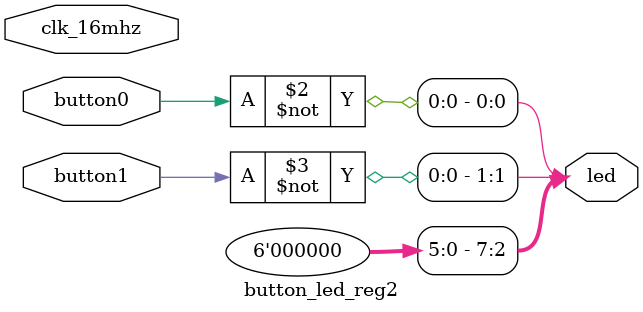
<source format=v>
/* Buttons connected to leds via combintorial path. */

// Force error when implicit net has no type.
`default_nettype none

module button_led_reg2
(
    input wire clk_16mhz,
    input wire button0,
    input wire button1,
    output reg [7:0] led
);


always @ (*)
begin
    led[0] <= ~button0;
    led[1] <= ~button1;
    led[7:2] <= 0;
end

endmodule

</source>
